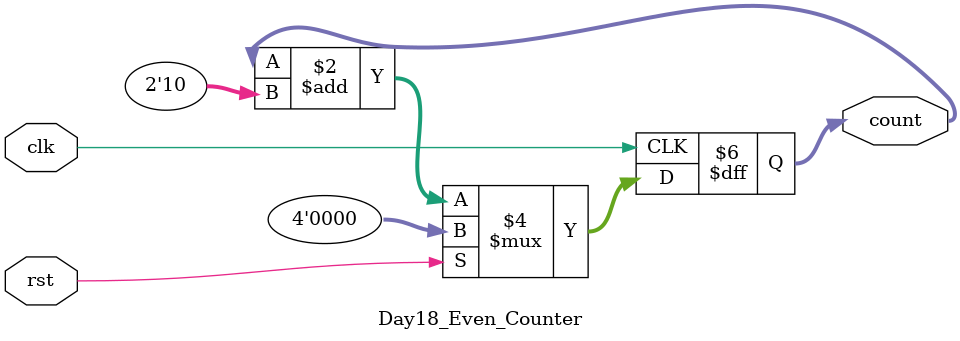
<source format=v>
module Day18_Even_Counter (input clk,
  						   input rst,
  						   output reg [3:0] count);

always @(posedge clk) begin
  if (rst) begin
    count <= 4'b0000;
  end 
  else begin
    count <= count + 2'b10;
  end
end

endmodule
</source>
